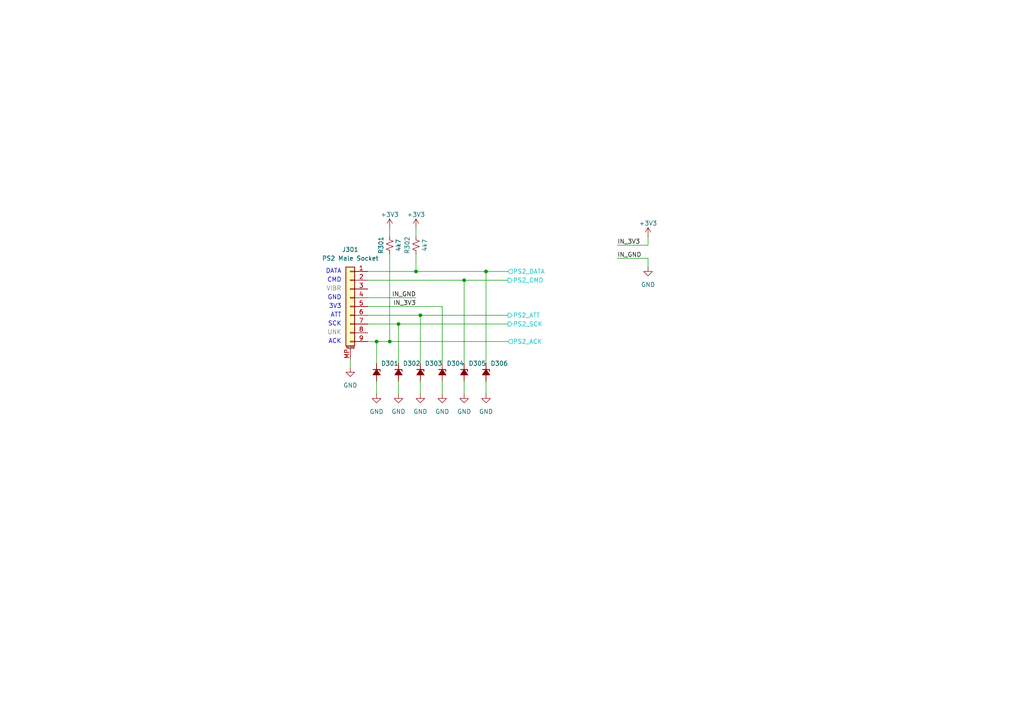
<source format=kicad_sch>
(kicad_sch (version 20231120) (generator "eeschema") (generator_version "8.0")
  (paper "A4")
  (title_block (title "Project Antares - Receiver Schematic") (date "2024-08-23") (rev "1.0.0") (company "Ouroboros Embedded Development") (comment 1 "Pablo Jean Rozario"))
  (lib_symbols
    (symbol "Connector_Generic_MountingPin:Conn_01x09_MountingPin" (pin_names (offset 1.016) hide)
      (property "Reference" "J" (at 0 12.7 0))
      (property "Value" "Conn_01x09_MountingPin" (at 1.27 -12.7 0))
      (symbol "Conn_01x09_MountingPin_1_1"
        (rectangle (start -1.27 -10.033) (end 0 -10.287) (stroke (width 0.1524)))
        (rectangle (start -1.27 -7.493) (end 0 -7.747) (stroke (width 0.1524)))
        (rectangle (start -1.27 -4.953) (end 0 -5.207) (stroke (width 0.1524)))
        (rectangle (start -1.27 -2.413) (end 0 -2.667) (stroke (width 0.1524)))
        (rectangle (start -1.27 0.127) (end 0 -0.127) (stroke (width 0.1524)))
        (rectangle (start -1.27 2.667) (end 0 2.413) (stroke (width 0.1524)))
        (rectangle (start -1.27 5.207) (end 0 4.953) (stroke (width 0.1524)))
        (rectangle (start -1.27 7.747) (end 0 7.493) (stroke (width 0.1524)))
        (rectangle (start -1.27 10.287) (end 0 10.033) (stroke (width 0.1524)))
        (rectangle (start -1.27 11.43) (end 1.27 -11.43) (stroke (width 0.254)) (fill (type background)))
        (polyline (pts (xy -1.016 -12.192) (xy 1.016 -12.192)) (stroke (width 0.1524)))
        (text "Mounting" (at 0 -11.811 0) (effects (font (size 0.381 0.381))))
        (pin passive line (at -5.08 10.16 0) (length 3.81) (name "Pin_1") (number "1"))
        (pin passive line (at -5.08 7.62 0) (length 3.81) (name "Pin_2") (number "2"))
        (pin passive line (at -5.08 5.08 0) (length 3.81) (name "Pin_3") (number "3"))
        (pin passive line (at -5.08 2.54 0) (length 3.81) (name "Pin_4") (number "4"))
        (pin passive line (at -5.08 0 0) (length 3.81) (name "Pin_5") (number "5"))
        (pin passive line (at -5.08 -2.54 0) (length 3.81) (name "Pin_6") (number "6"))
        (pin passive line (at -5.08 -5.08 0) (length 3.81) (name "Pin_7") (number "7"))
        (pin passive line (at -5.08 -7.62 0) (length 3.81) (name "Pin_8") (number "8"))
        (pin passive line (at -5.08 -10.16 0) (length 3.81) (name "Pin_9") (number "9"))
        (pin passive line (at 0 -15.24 90) (length 3.048) (name "MountPin") (number "MP"))
      )
    )
    (symbol "Device:D_Zener_Small_Filled" (pin_numbers hide) (pin_names (offset 0.254) hide)
      (property "Reference" "D" (at 0 2.286 0))
      (property "Value" "D_Zener_Small_Filled" (at 0 -2.286 0))
      (symbol "D_Zener_Small_Filled_0_1"
        (polyline (pts (xy 0.762 0) (xy -0.762 0)))
        (polyline (pts (xy -0.254 1.016) (xy -0.762 1.016) (xy -0.762 -1.016)) (stroke (width 0.254)))
        (polyline (pts (xy 0.762 1.016) (xy -0.762 0) (xy 0.762 -1.016) (xy 0.762 1.016)) (stroke (width 0.254)) (fill (type outline)))
      )
      (symbol "D_Zener_Small_Filled_1_1"
        (pin passive line (at -2.54 0 0) (length 1.778) (name "K") (number "1"))
        (pin passive line (at 2.54 0 180) (length 1.778) (name "A") (number "2"))
      )
    )
    (symbol "Device:R_Small_US" (pin_numbers hide) (pin_names (offset 0.254) hide)
      (property "Reference" "R" (at 0.762 0.508 0))
      (property "Value" "R_Small_US" (at 0.762 -1.016 0))
      (symbol "R_Small_US_1_1"
        (polyline (pts (xy 0 0) (xy 1.016 -0.381) (xy 0 -0.762) (xy -1.016 -1.143) (xy 0 -1.524)))
        (polyline (pts (xy 0 1.524) (xy 1.016 1.143) (xy 0 0.762) (xy -1.016 0.381) (xy 0 0)))
        (pin passive line (at 0 2.54 270) (length 1.016) (name "~") (number "1"))
        (pin passive line (at 0 -2.54 90) (length 1.016) (name "~") (number "2"))
      )
    )
    (symbol "power:+3V3" (power) (pin_numbers hide) (pin_names (offset 0) hide)
      (property "Value" "+3V3" (at 0 3.556 0))
      (symbol "+3V3_0_1"
        (polyline (pts (xy -0.762 1.27) (xy 0 2.54)))
        (polyline (pts (xy 0 0) (xy 0 2.54)))
        (polyline (pts (xy 0 2.54) (xy 0.762 1.27)))
      )
      (symbol "+3V3_1_1"
        (pin power_in line (at 0 0 90) (length 0) (name "~") (number "1"))
      )
    )
    (symbol "power:GND" (power) (pin_numbers hide) (pin_names (offset 0) hide)
      (property "Value" "GND" (at 0 -3.81 0))
      (symbol "GND_0_1"
        (polyline (pts (xy 0 0) (xy 0 -1.27) (xy 1.27 -1.27) (xy 0 -2.54) (xy -1.27 -1.27) (xy 0 -1.27)))
      )
      (symbol "GND_1_1"
        (pin power_in line (at 0 0 270) (length 0) (name "~") (number "1"))
      )
    )
  )
  (junction (at 134.62 81.28))
  (junction (at 120.65 78.74))
  (junction (at 140.97 78.74))
  (junction (at 115.57 93.98))
  (junction (at 113.03 99.06))
  (junction (at 121.92 91.44))
  (junction (at 109.22 99.06))
  (wire (pts (xy 113.03 73.66) (xy 113.03 99.06)))
  (wire (pts (xy 140.97 78.74) (xy 140.97 105.41)))
  (wire (pts (xy 106.68 99.06) (xy 109.22 99.06)))
  (wire (pts (xy 120.65 73.66) (xy 120.65 78.74)))
  (wire (pts (xy 115.57 93.98) (xy 147.32 93.98)))
  (wire (pts (xy 140.97 110.49) (xy 140.97 114.3)))
  (wire (pts (xy 140.97 78.74) (xy 147.32 78.74)))
  (wire (pts (xy 134.62 81.28) (xy 147.32 81.28)))
  (wire (pts (xy 121.92 91.44) (xy 121.92 105.41)))
  (wire (pts (xy 187.96 77.47) (xy 187.96 74.93)))
  (wire (pts (xy 134.62 110.49) (xy 134.62 114.3)))
  (wire (pts (xy 106.68 78.74) (xy 120.65 78.74)))
  (wire (pts (xy 128.27 105.41) (xy 128.27 88.9)))
  (wire (pts (xy 106.68 93.98) (xy 115.57 93.98)))
  (wire (pts (xy 128.27 110.49) (xy 128.27 114.3)))
  (wire (pts (xy 187.96 74.93) (xy 179.07 74.93)))
  (wire (pts (xy 187.96 71.12) (xy 179.07 71.12)))
  (wire (pts (xy 115.57 93.98) (xy 115.57 105.41)))
  (wire (pts (xy 109.22 99.06) (xy 113.03 99.06)))
  (wire (pts (xy 120.65 66.04) (xy 120.65 68.58)))
  (wire (pts (xy 113.03 99.06) (xy 147.32 99.06)))
  (wire (pts (xy 120.65 78.74) (xy 140.97 78.74)))
  (wire (pts (xy 106.68 81.28) (xy 134.62 81.28)))
  (wire (pts (xy 134.62 105.41) (xy 134.62 81.28)))
  (wire (pts (xy 109.22 99.06) (xy 109.22 105.41)))
  (wire (pts (xy 106.68 86.36) (xy 120.65 86.36)))
  (wire (pts (xy 121.92 91.44) (xy 147.32 91.44)))
  (wire (pts (xy 115.57 110.49) (xy 115.57 114.3)))
  (wire (pts (xy 187.96 68.58) (xy 187.96 71.12)))
  (wire (pts (xy 113.03 66.04) (xy 113.03 68.58)))
  (wire (pts (xy 106.68 88.9) (xy 128.27 88.9)))
  (wire (pts (xy 109.22 110.49) (xy 109.22 114.3)))
  (wire (pts (xy 101.6 104.14) (xy 101.6 106.68)))
  (wire (pts (xy 106.68 91.44) (xy 121.92 91.44)))
  (wire (pts (xy 121.92 110.49) (xy 121.92 114.3)))
  (text "DATA" (at 99.06 78.74 0) (effects (font (size 1.27 1.27)) (justify right)))
  (text "ACK" (at 99.06 99.06 0) (effects (font (size 1.27 1.27)) (justify right)))
  (text "SCK" (at 99.06 93.98 0) (effects (font (size 1.27 1.27)) (justify right)))
  (text "UNK" (at 99.06 96.52 0) (effects (font (size 1.27 1.27)) (justify right)))
  (text "GND" (at 99.06 86.36 0) (effects (font (size 1.27 1.27)) (justify right)))
  (text "CMD" (at 99.06 81.28 0) (effects (font (size 1.27 1.27)) (justify right)))
  (text "VIBR" (at 99.06 83.82 0) (effects (font (size 1.27 1.27)) (justify right)))
  (text "ATT" (at 99.06 91.44 0) (effects (font (size 1.27 1.27)) (justify right)))
  (text "3V3" (at 99.06 88.9 0) (effects (font (size 1.27 1.27)) (justify right)))
  (label "IN_3V3" (at 120.65 88.9 180))
  (label "IN_3V3" (at 179.07 71.12 0))
  (label "IN_GND" (at 179.07 74.93 0))
  (label "IN_GND" (at 120.65 86.36 180))
  (hierarchical_label "PS2_SCK" (shape output) (at 147.32 93.98 0))
  (hierarchical_label "PS2_DATA" (shape input) (at 147.32 78.74 0))
  (hierarchical_label "PS2_ACK" (shape input) (at 147.32 99.06 0))
  (hierarchical_label "PS2_ATT" (shape output) (at 147.32 91.44 0))
  (hierarchical_label "PS2_CMD" (shape output) (at 147.32 81.28 0))
  (symbol (lib_id "Device:R_Small_US") (at 113.03 71.12 180) (unit 1)
    (property "Reference" "R301" (at 110.49 71.12 90))
    (property "Value" "4k7" (at 115.57 71.12 90))
    (property "Footprint" "Resistor_SMD:R_0603_1608Metric" (effects (hide yes)))
    (property "Description" "Resistor, small US symbol" (effects (hide yes)))
    (property "LCSC" "C25999" (effects (hide yes)))
    (property "PN" "0603WAJ0472T5E" (effects (hide yes)))
  )
  (symbol (lib_id "Device:D_Zener_Small_Filled") (at 140.97 107.95 270) (unit 1)
    (property "Reference" "D306" (at 142.24 105.41 90) (effects (justify left)))
    (property "Value" "3V3" (effects (hide yes)))
    (property "Footprint" "Diode_SMD:D_SOD-123" (effects (hide yes)))
    (property "Description" "Zener diode, small symbol, filled shape" (effects (hide yes)))
    (property "LCSC" "C173413" (effects (hide yes)))
    (property "PN" "BZT52C3V3" (effects (hide yes)))
  )
  (symbol (lib_id "power:GND") (at 134.62 114.3 0) (unit 1)
    (property "Reference" "#PWR034" (effects (hide yes)))
    (property "Value" "GND" (at 134.62 119.38 0))
    (property "Description" "Power symbol creates a global label with name \"GND\" , ground" (effects (hide yes)))
  )
  (symbol (lib_id "Connector_Generic_MountingPin:Conn_01x09_MountingPin") (at 101.6 88.9 0) (mirror y) (unit 1)
    (property "Reference" "J301" (at 101.6 72.39 0))
    (property "Value" "PS2 Male Socket" (at 101.6 74.93 0))
    (property "Footprint" "PS2_Conn:dualshock-9pin-P4.00mm" (effects (hide yes)))
    (property "Description" "Generic connectable mounting pin connector, single row, 01x09, script generated (kicad-library-utils/schlib/autogen/connector/)" (effects (hide yes)))
  )
  (symbol (lib_id "power:+3V3") (at 187.96 68.58 0) (unit 1)
    (property "Reference" "#PWR0301" (effects (hide yes)))
    (property "Value" "+3V3" (at 187.96 64.77 0))
    (property "Description" "Power symbol creates a global label with name \"+3V3\"" (effects (hide yes)))
  )
  (symbol (lib_id "power:GND") (at 109.22 114.3 0) (unit 1)
    (property "Reference" "#PWR014" (effects (hide yes)))
    (property "Value" "GND" (at 109.22 119.38 0))
    (property "Description" "Power symbol creates a global label with name \"GND\" , ground" (effects (hide yes)))
  )
  (symbol (lib_id "Device:D_Zener_Small_Filled") (at 109.22 107.95 270) (unit 1)
    (property "Reference" "D301" (at 110.49 105.41 90) (effects (justify left)))
    (property "Value" "3V3" (effects (hide yes)))
    (property "Footprint" "Diode_SMD:D_SOD-123" (effects (hide yes)))
    (property "Description" "Zener diode, small symbol, filled shape" (effects (hide yes)))
    (property "LCSC" "C173413" (effects (hide yes)))
    (property "PN" "BZT52C3V3" (effects (hide yes)))
  )
  (symbol (lib_id "power:GND") (at 101.6 106.68 0) (unit 1)
    (property "Reference" "#PWR013" (effects (hide yes)))
    (property "Value" "GND" (at 101.6 111.76 0))
    (property "Description" "Power symbol creates a global label with name \"GND\" , ground" (effects (hide yes)))
  )
  (symbol (lib_id "power:GND") (at 115.57 114.3 0) (unit 1)
    (property "Reference" "#PWR015" (effects (hide yes)))
    (property "Value" "GND" (at 115.57 119.38 0))
    (property "Description" "Power symbol creates a global label with name \"GND\" , ground" (effects (hide yes)))
  )
  (symbol (lib_id "power:+3V3") (at 120.65 66.04 0) (unit 1)
    (property "Reference" "#PWR030" (effects (hide yes)))
    (property "Value" "+3V3" (at 120.65 62.23 0))
    (property "Description" "Power symbol creates a global label with name \"+3V3\"" (effects (hide yes)))
  )
  (symbol (lib_id "Device:D_Zener_Small_Filled") (at 134.62 107.95 270) (unit 1)
    (property "Reference" "D305" (at 135.89 105.41 90) (effects (justify left)))
    (property "Value" "3V3" (effects (hide yes)))
    (property "Footprint" "Diode_SMD:D_SOD-123" (effects (hide yes)))
    (property "Description" "Zener diode, small symbol, filled shape" (effects (hide yes)))
    (property "LCSC" "C173413" (effects (hide yes)))
    (property "PN" "BZT52C3V3" (effects (hide yes)))
  )
  (symbol (lib_id "power:GND") (at 140.97 114.3 0) (unit 1)
    (property "Reference" "#PWR035" (effects (hide yes)))
    (property "Value" "GND" (at 140.97 119.38 0))
    (property "Description" "Power symbol creates a global label with name \"GND\" , ground" (effects (hide yes)))
  )
  (symbol (lib_id "power:+3V3") (at 113.03 66.04 0) (unit 1)
    (property "Reference" "#PWR031" (effects (hide yes)))
    (property "Value" "+3V3" (at 113.03 62.23 0))
    (property "Description" "Power symbol creates a global label with name \"+3V3\"" (effects (hide yes)))
  )
  (symbol (lib_id "power:GND") (at 187.96 77.47 0) (unit 1)
    (property "Reference" "#PWR0302" (effects (hide yes)))
    (property "Value" "GND" (at 187.96 82.55 0))
    (property "Description" "Power symbol creates a global label with name \"GND\" , ground" (effects (hide yes)))
  )
  (symbol (lib_id "power:GND") (at 128.27 114.3 0) (unit 1)
    (property "Reference" "#PWR033" (effects (hide yes)))
    (property "Value" "GND" (at 128.27 119.38 0))
    (property "Description" "Power symbol creates a global label with name \"GND\" , ground" (effects (hide yes)))
  )
  (symbol (lib_id "Device:R_Small_US") (at 120.65 71.12 180) (unit 1)
    (property "Reference" "R302" (at 118.11 71.12 90))
    (property "Value" "4k7" (at 123.19 71.12 90))
    (property "Footprint" "Resistor_SMD:R_0603_1608Metric" (effects (hide yes)))
    (property "Description" "Resistor, small US symbol" (effects (hide yes)))
    (property "LCSC" "C25999" (effects (hide yes)))
    (property "PN" "0603WAJ0472T5E" (effects (hide yes)))
  )
  (symbol (lib_id "Device:D_Zener_Small_Filled") (at 121.92 107.95 270) (unit 1)
    (property "Reference" "D303" (at 123.19 105.41 90) (effects (justify left)))
    (property "Value" "3V3" (effects (hide yes)))
    (property "Footprint" "Diode_SMD:D_SOD-123" (effects (hide yes)))
    (property "Description" "Zener diode, small symbol, filled shape" (effects (hide yes)))
    (property "LCSC" "C173413" (effects (hide yes)))
    (property "PN" "BZT52C3V3" (effects (hide yes)))
  )
  (symbol (lib_id "power:GND") (at 121.92 114.3 0) (unit 1)
    (property "Reference" "#PWR032" (effects (hide yes)))
    (property "Value" "GND" (at 121.92 119.38 0))
    (property "Description" "Power symbol creates a global label with name \"GND\" , ground" (effects (hide yes)))
  )
  (symbol (lib_id "Device:D_Zener_Small_Filled") (at 128.27 107.95 270) (unit 1)
    (property "Reference" "D304" (at 129.54 105.41 90) (effects (justify left)))
    (property "Value" "3V3" (effects (hide yes)))
    (property "Footprint" "Diode_SMD:D_SOD-123" (effects (hide yes)))
    (property "Description" "Zener diode, small symbol, filled shape" (effects (hide yes)))
    (property "LCSC" "C173413" (effects (hide yes)))
    (property "PN" "BZT52C3V3" (effects (hide yes)))
  )
  (symbol (lib_id "Device:D_Zener_Small_Filled") (at 115.57 107.95 270) (unit 1)
    (property "Reference" "D302" (at 116.84 105.41 90) (effects (justify left)))
    (property "Value" "3V3" (effects (hide yes)))
    (property "Footprint" "Diode_SMD:D_SOD-123" (effects (hide yes)))
    (property "Description" "Zener diode, small symbol, filled shape" (effects (hide yes)))
    (property "LCSC" "C173413" (effects (hide yes)))
    (property "PN" "BZT52C3V3" (effects (hide yes)))
  )
)
</source>
